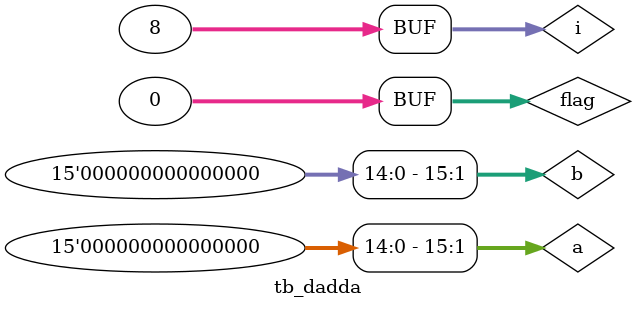
<source format=v>
module tb_dadda;
reg [15:0] a,b;
wire [31:0] result;
reg [31:0] golden_ref;
dadda dut(a,b,result);
integer i;
integer flag=0;
initial 
begin

for(i=0;i<=7;i=i+1)
begin
a=$random;
b=$random;
golden_ref=a*b;
$monitor("At time %d , a is %d , b is %d, result is %d ",$time,a,b,result);
#5 if(golden_ref!=result) 
		flag=flag+1;
#5;
end

if(flag!=0)
$display("Design Failure");
else
$display("Success");

end
endmodule 





</source>
